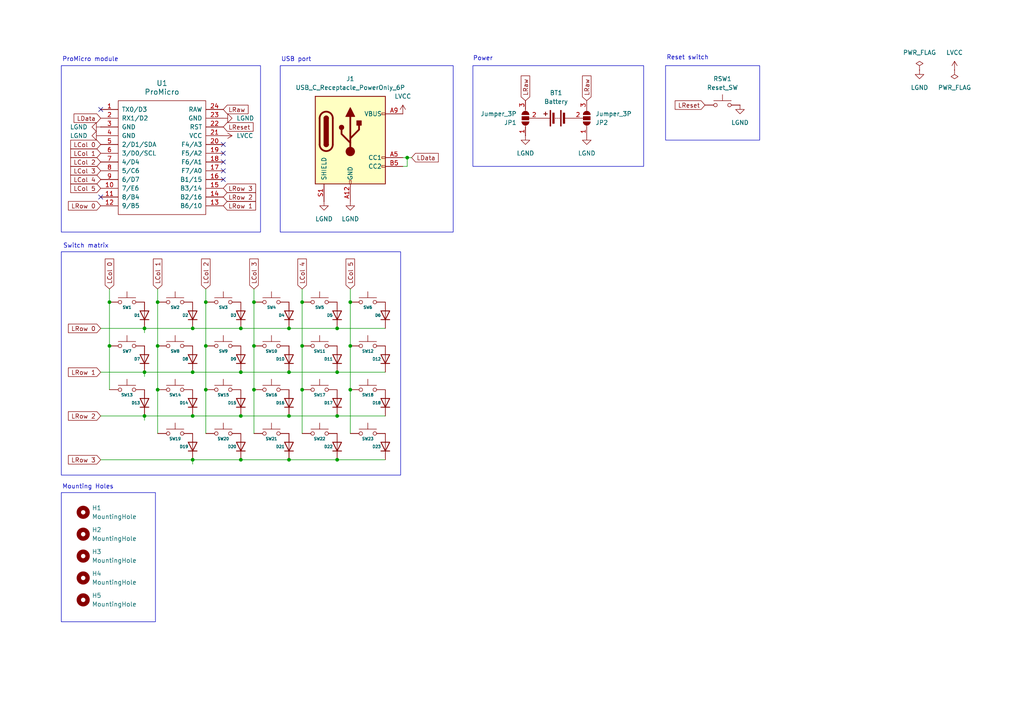
<source format=kicad_sch>
(kicad_sch (version 20231120) (generator "eeschema") (generator_version "8.0")
  (paper "A4")
  (lib_symbols
    (symbol "Connector:USB_C_Receptacle_PowerOnly_6P" (pin_names (offset 1.016))
      (property "Reference" "J" (at 0 16.51 0))
      (property "Value" "USB_C_Receptacle_PowerOnly_6P" (at 0 13.97 0))
      (symbol "USB_C_Receptacle_PowerOnly_6P_0_0"
        (rectangle (start -0.254 -12.7) (end 0.254 -11.684))
        (rectangle (start 10.16 -7.366) (end 9.144 -7.874))
        (rectangle (start 10.16 -4.826) (end 9.144 -5.334))
        (rectangle (start 10.16 7.874) (end 9.144 7.366))
      )
      (symbol "USB_C_Receptacle_PowerOnly_6P_0_1"
        (rectangle (start -10.16 12.7) (end 10.16 -12.7) (stroke (width 0.254)) (fill (type background)))
        (arc (start -8.89 -1.27) (mid -6.985 -3.1667) (end -5.08 -1.27) (stroke (width 0.508)))
        (arc (start -7.62 -1.27) (mid -6.985 -1.9023) (end -6.35 -1.27) (stroke (width 0.254)))
        (arc (start -7.62 -1.27) (mid -6.985 -1.9023) (end -6.35 -1.27) (stroke (width 0.254)) (fill (type outline)))
        (rectangle (start -7.62 -1.27) (end -6.35 6.35) (stroke (width 0.254)) (fill (type outline)))
        (arc (start -6.35 6.35) (mid -6.985 6.9823) (end -7.62 6.35) (stroke (width 0.254)))
        (arc (start -6.35 6.35) (mid -6.985 6.9823) (end -7.62 6.35) (stroke (width 0.254)) (fill (type outline)))
        (arc (start -5.08 6.35) (mid -6.985 8.2467) (end -8.89 6.35) (stroke (width 0.508)))
        (circle (center -2.54 3.683) (radius 0.635) (stroke (width 0.254)) (fill (type outline)))
        (circle (center 0 -3.302) (radius 1.27) (fill (type outline)))
        (polyline (pts (xy -8.89 -1.27) (xy -8.89 6.35)) (stroke (width 0.508)))
        (polyline (pts (xy -5.08 6.35) (xy -5.08 -1.27)) (stroke (width 0.508)))
        (polyline (pts (xy 0 -3.302) (xy 0 6.858)) (stroke (width 0.508)))
        (polyline (pts (xy 0 -0.762) (xy -2.54 1.778) (xy -2.54 3.048)) (stroke (width 0.508)))
        (polyline (pts (xy 0 0.508) (xy 2.54 3.048) (xy 2.54 4.318)) (stroke (width 0.508)))
        (polyline (pts (xy -1.27 6.858) (xy 0 9.398) (xy 1.27 6.858) (xy -1.27 6.858)) (stroke (width 0.254)) (fill (type outline)))
        (rectangle (start 1.905 4.318) (end 3.175 5.588) (stroke (width 0.254)) (fill (type outline)))
      )
      (symbol "USB_C_Receptacle_PowerOnly_6P_1_1"
        (pin passive line (at 0 -17.78 90) (length 5.08) (name "GND") (number "A12"))
        (pin bidirectional line (at 15.24 -5.08 180) (length 5.08) (name "CC1") (number "A5"))
        (pin passive line (at 15.24 7.62 180) (length 5.08) (name "VBUS") (number "A9"))
        (pin passive line (at 0 -17.78 90) (length 5.08) hide (name "GND") (number "B12"))
        (pin bidirectional line (at 15.24 -7.62 180) (length 5.08) (name "CC2") (number "B5"))
        (pin passive line (at 15.24 7.62 180) (length 5.08) hide (name "VBUS") (number "B9"))
        (pin passive line (at -7.62 -17.78 90) (length 5.08) (name "SHIELD") (number "S1"))
      )
    )
    (symbol "Device:Battery" (pin_numbers hide) (pin_names (offset 0) hide)
      (property "Reference" "BT" (at 2.54 2.54 0))
      (property "Value" "Battery" (at 2.54 0 0))
      (symbol "Battery_0_1"
        (rectangle (start -2.286 -1.27) (end 2.286 -1.524) (fill (type outline)))
        (rectangle (start -2.286 1.778) (end 2.286 1.524) (fill (type outline)))
        (rectangle (start -1.524 -2.032) (end 1.524 -2.54) (fill (type outline)))
        (rectangle (start -1.524 1.016) (end 1.524 0.508) (fill (type outline)))
        (polyline (pts (xy 0 -1.016) (xy 0 -0.762)))
        (polyline (pts (xy 0 -0.508) (xy 0 -0.254)))
        (polyline (pts (xy 0 0) (xy 0 0.254)))
        (polyline (pts (xy 0 1.778) (xy 0 2.54)))
        (polyline (pts (xy 0.762 3.048) (xy 1.778 3.048)) (stroke (width 0.254)))
        (polyline (pts (xy 1.27 3.556) (xy 1.27 2.54)) (stroke (width 0.254)))
      )
      (symbol "Battery_1_1"
        (pin passive line (at 0 5.08 270) (length 2.54) (name "+") (number "1"))
        (pin passive line (at 0 -5.08 90) (length 2.54) (name "-") (number "2"))
      )
    )
    (symbol "Device:D" (pin_numbers hide) (pin_names (offset 1.016) hide)
      (property "Reference" "D" (at 0 2.54 0))
      (property "Value" "D" (at 0 -2.54 0))
      (symbol "D_0_1"
        (polyline (pts (xy -1.27 1.27) (xy -1.27 -1.27)) (stroke (width 0.254)))
        (polyline (pts (xy 1.27 0) (xy -1.27 0)))
        (polyline (pts (xy 1.27 1.27) (xy 1.27 -1.27) (xy -1.27 0) (xy 1.27 1.27)) (stroke (width 0.254)))
      )
      (symbol "D_1_1"
        (pin passive line (at -3.81 0 0) (length 2.54) (name "K") (number "1"))
        (pin passive line (at 3.81 0 180) (length 2.54) (name "A") (number "2"))
      )
    )
    (symbol "Jumper:SolderJumper_3_Open" (pin_names (offset 0) hide) (exclude_from_sim yes) (in_bom no)
      (property "Reference" "JP" (at -2.54 -2.54 0))
      (property "Value" "SolderJumper_3_Open" (at 0 2.794 0))
      (symbol "SolderJumper_3_Open_0_1"
        (arc (start -1.016 1.016) (mid -2.0276 0) (end -1.016 -1.016))
        (arc (start -1.016 1.016) (mid -2.0276 0) (end -1.016 -1.016) (fill (type outline)))
        (rectangle (start -0.508 1.016) (end 0.508 -1.016) (fill (type outline)))
        (polyline (pts (xy -2.54 0) (xy -2.032 0)))
        (polyline (pts (xy -1.016 1.016) (xy -1.016 -1.016)))
        (polyline (pts (xy 0 -1.27) (xy 0 -1.016)))
        (polyline (pts (xy 1.016 1.016) (xy 1.016 -1.016)))
        (polyline (pts (xy 2.54 0) (xy 2.032 0)))
        (arc (start 1.016 -1.016) (mid 2.0276 0) (end 1.016 1.016))
        (arc (start 1.016 -1.016) (mid 2.0276 0) (end 1.016 1.016) (fill (type outline)))
      )
      (symbol "SolderJumper_3_Open_1_1"
        (pin passive line (at -5.08 0 0) (length 2.54) (name "A") (number "1"))
        (pin passive line (at 0 -3.81 90) (length 2.54) (name "C") (number "2"))
        (pin passive line (at 5.08 0 180) (length 2.54) (name "B") (number "3"))
      )
    )
    (symbol "Mechanical:MountingHole" (pin_names (offset 1.016)) (exclude_from_sim yes) (in_bom no)
      (property "Reference" "H" (at 0 5.08 0))
      (property "Value" "MountingHole" (at 0 3.175 0))
      (symbol "MountingHole_0_1"
        (circle (center 0 0) (radius 1.27) (stroke (width 1.27)))
      )
    )
    (symbol "Switch:SW_Push" (pin_numbers hide) (pin_names (offset 1.016) hide)
      (property "Reference" "SW" (at 1.27 2.54 0))
      (property "Value" "SW_Push" (at 0 -1.524 0))
      (symbol "SW_Push_0_1"
        (circle (center -2.032 0) (radius 0.508))
        (polyline (pts (xy 0 1.27) (xy 0 3.048)))
        (polyline (pts (xy 2.54 1.27) (xy -2.54 1.27)))
        (circle (center 2.032 0) (radius 0.508))
        (pin passive line (at -5.08 0 0) (length 2.54) (name "1") (number "1"))
        (pin passive line (at 5.08 0 180) (length 2.54) (name "2") (number "2"))
      )
    )
    (symbol "kbd:ProMicro" (pin_names (offset 1.016))
      (property "Reference" "U" (at 0 19.05 0))
      (property "Value" "ProMicro" (at 0 -19.05 0))
      (symbol "ProMicro_0_1"
        (rectangle (start -12.7 16.51) (end 12.7 -16.51))
      )
      (symbol "ProMicro_1_1"
        (pin bidirectional line (at -17.78 13.97 0) (length 5.08) (name "TX0/D3") (number "1"))
        (pin bidirectional line (at -17.78 -8.89 0) (length 5.08) (name "7/E6") (number "10"))
        (pin bidirectional line (at -17.78 -11.43 0) (length 5.08) (name "8/B4") (number "11"))
        (pin bidirectional line (at -17.78 -13.97 0) (length 5.08) (name "9/B5") (number "12"))
        (pin bidirectional line (at 17.78 -13.97 180) (length 5.08) (name "B6/10") (number "13"))
        (pin bidirectional line (at 17.78 -11.43 180) (length 5.08) (name "B2/16") (number "14"))
        (pin bidirectional line (at 17.78 -8.89 180) (length 5.08) (name "B3/14") (number "15"))
        (pin bidirectional line (at 17.78 -6.35 180) (length 5.08) (name "B1/15") (number "16"))
        (pin bidirectional line (at 17.78 -3.81 180) (length 5.08) (name "F7/A0") (number "17"))
        (pin bidirectional line (at 17.78 -1.27 180) (length 5.08) (name "F6/A1") (number "18"))
        (pin bidirectional line (at 17.78 1.27 180) (length 5.08) (name "F5/A2") (number "19"))
        (pin bidirectional line (at -17.78 11.43 0) (length 5.08) (name "RX1/D2") (number "2"))
        (pin bidirectional line (at 17.78 3.81 180) (length 5.08) (name "F4/A3") (number "20"))
        (pin power_in line (at 17.78 6.35 180) (length 5.08) (name "VCC") (number "21"))
        (pin input line (at 17.78 8.89 180) (length 5.08) (name "RST") (number "22"))
        (pin power_in line (at 17.78 11.43 180) (length 5.08) (name "GND") (number "23"))
        (pin power_out line (at 17.78 13.97 180) (length 5.08) (name "RAW") (number "24"))
        (pin power_in line (at -17.78 8.89 0) (length 5.08) (name "GND") (number "3"))
        (pin power_in line (at -17.78 6.35 0) (length 5.08) (name "GND") (number "4"))
        (pin bidirectional line (at -17.78 3.81 0) (length 5.08) (name "2/D1/SDA") (number "5"))
        (pin bidirectional line (at -17.78 1.27 0) (length 5.08) (name "3/D0/SCL") (number "6"))
        (pin bidirectional line (at -17.78 -1.27 0) (length 5.08) (name "4/D4") (number "7"))
        (pin bidirectional line (at -17.78 -3.81 0) (length 5.08) (name "5/C6") (number "8"))
        (pin bidirectional line (at -17.78 -6.35 0) (length 5.08) (name "6/D7") (number "9"))
      )
    )
    (symbol "power:GND" (power) (pin_numbers hide) (pin_names (offset 0) hide)
      (property "Value" "GND" (at 0 -3.81 0))
      (symbol "GND_0_1"
        (polyline (pts (xy 0 0) (xy 0 -1.27) (xy 1.27 -1.27) (xy 0 -2.54) (xy -1.27 -1.27) (xy 0 -1.27)))
      )
      (symbol "GND_1_1"
        (pin power_in line (at 0 0 270) (length 0) (name "~") (number "1"))
      )
    )
    (symbol "power:PWR_FLAG" (power) (pin_numbers hide) (pin_names (offset 0) hide)
      (property "Value" "PWR_FLAG" (at 0 3.81 0))
      (symbol "PWR_FLAG_0_0"
        (pin power_out line (at 0 0 90) (length 0) (name "~") (number "1"))
      )
      (symbol "PWR_FLAG_0_1"
        (polyline (pts (xy 0 0) (xy 0 1.27) (xy -1.016 1.905) (xy 0 2.54) (xy 1.016 1.905) (xy 0 1.27)))
      )
    )
    (symbol "power:VCC" (power) (pin_numbers hide) (pin_names (offset 0) hide)
      (property "Value" "VCC" (at 0 3.556 0))
      (symbol "VCC_0_1"
        (polyline (pts (xy -0.762 1.27) (xy 0 2.54)))
        (polyline (pts (xy 0 0) (xy 0 2.54)))
        (polyline (pts (xy 0 2.54) (xy 0.762 1.27)))
      )
      (symbol "VCC_1_1"
        (pin power_in line (at 0 0 90) (length 0) (name "~") (number "1"))
      )
    )
  )
  (junction (at 83.82 95.25))
  (junction (at 101.6 100.33))
  (junction (at 45.72 87.63))
  (junction (at 83.82 120.65))
  (junction (at 97.79 95.25))
  (junction (at 73.66 100.33))
  (junction (at 55.88 120.65))
  (junction (at 31.75 100.33))
  (junction (at 69.85 107.95))
  (junction (at 97.79 107.95))
  (junction (at 97.79 120.65))
  (junction (at 31.75 87.63))
  (junction (at 59.69 87.63))
  (junction (at 45.72 113.03))
  (junction (at 101.6 113.03))
  (junction (at 55.88 107.95))
  (junction (at 55.88 95.25))
  (junction (at 41.91 95.25))
  (junction (at 59.69 100.33))
  (junction (at 73.66 87.63))
  (junction (at 41.91 120.65))
  (junction (at 69.85 133.35))
  (junction (at 55.88 133.35))
  (junction (at 73.66 113.03))
  (junction (at 45.72 100.33))
  (junction (at 97.79 133.35))
  (junction (at 83.82 133.35))
  (junction (at 83.82 107.95))
  (junction (at 69.85 95.25))
  (junction (at 87.63 113.03))
  (junction (at 41.91 107.95))
  (junction (at 118.11 45.72))
  (junction (at 87.63 100.33))
  (junction (at 69.85 120.65))
  (junction (at 59.69 113.03))
  (junction (at 101.6 87.63))
  (junction (at 87.63 87.63))
  (no_connect (at 29.21 31.75))
  (no_connect (at 64.77 52.07))
  (no_connect (at 64.77 46.99))
  (no_connect (at 64.77 44.45))
  (no_connect (at 64.77 41.91))
  (no_connect (at 64.77 49.53))
  (no_connect (at 29.21 57.15))
  (wire (pts (xy 31.75 83.82) (xy 31.75 87.63)))
  (wire (pts (xy 59.69 83.82) (xy 59.69 87.63)))
  (wire (pts (xy 55.88 133.35) (xy 55.88 134.62)))
  (wire (pts (xy 97.79 120.65) (xy 111.76 120.65)))
  (wire (pts (xy 55.88 95.25) (xy 69.85 95.25)))
  (wire (pts (xy 55.88 120.65) (xy 69.85 120.65)))
  (wire (pts (xy 41.91 95.25) (xy 41.91 96.52)))
  (wire (pts (xy 45.72 87.63) (xy 45.72 100.33)))
  (wire (pts (xy 87.63 83.82) (xy 87.63 87.63)))
  (wire (pts (xy 41.91 107.95) (xy 55.88 107.95)))
  (wire (pts (xy 101.6 113.03) (xy 101.6 125.73)))
  (wire (pts (xy 101.6 83.82) (xy 101.6 87.63)))
  (wire (pts (xy 29.21 95.25) (xy 41.91 95.25)))
  (wire (pts (xy 83.82 107.95) (xy 97.79 107.95)))
  (wire (pts (xy 59.69 87.63) (xy 59.69 100.33)))
  (wire (pts (xy 118.11 45.72) (xy 118.11 48.26)))
  (wire (pts (xy 69.85 120.65) (xy 83.82 120.65)))
  (wire (pts (xy 41.91 120.65) (xy 55.88 120.65)))
  (wire (pts (xy 69.85 95.25) (xy 83.82 95.25)))
  (wire (pts (xy 111.76 95.25) (xy 97.79 95.25)))
  (wire (pts (xy 97.79 107.95) (xy 111.76 107.95)))
  (wire (pts (xy 101.6 100.33) (xy 101.6 113.03)))
  (wire (pts (xy 55.88 133.35) (xy 69.85 133.35)))
  (wire (pts (xy 101.6 87.63) (xy 101.6 100.33)))
  (wire (pts (xy 29.21 133.35) (xy 55.88 133.35)))
  (wire (pts (xy 69.85 133.35) (xy 83.82 133.35)))
  (wire (pts (xy 55.88 107.95) (xy 69.85 107.95)))
  (wire (pts (xy 45.72 100.33) (xy 45.72 113.03)))
  (wire (pts (xy 41.91 120.65) (xy 41.91 121.92)))
  (wire (pts (xy 69.85 107.95) (xy 83.82 107.95)))
  (wire (pts (xy 73.66 83.82) (xy 73.66 87.63)))
  (wire (pts (xy 45.72 83.82) (xy 45.72 87.63)))
  (wire (pts (xy 41.91 107.95) (xy 41.91 109.22)))
  (wire (pts (xy 41.91 95.25) (xy 55.88 95.25)))
  (wire (pts (xy 31.75 87.63) (xy 31.75 100.33)))
  (wire (pts (xy 118.11 45.72) (xy 119.38 45.72)))
  (wire (pts (xy 116.84 48.26) (xy 118.11 48.26)))
  (wire (pts (xy 87.63 87.63) (xy 87.63 100.33)))
  (wire (pts (xy 73.66 113.03) (xy 73.66 125.73)))
  (wire (pts (xy 87.63 100.33) (xy 87.63 113.03)))
  (wire (pts (xy 59.69 113.03) (xy 59.69 125.73)))
  (wire (pts (xy 83.82 120.65) (xy 97.79 120.65)))
  (wire (pts (xy 97.79 133.35) (xy 111.76 133.35)))
  (wire (pts (xy 73.66 87.63) (xy 73.66 100.33)))
  (wire (pts (xy 31.75 100.33) (xy 31.75 113.03)))
  (wire (pts (xy 87.63 113.03) (xy 87.63 125.73)))
  (wire (pts (xy 45.72 113.03) (xy 45.72 125.73)))
  (wire (pts (xy 116.84 45.72) (xy 118.11 45.72)))
  (wire (pts (xy 83.82 133.35) (xy 97.79 133.35)))
  (wire (pts (xy 59.69 100.33) (xy 59.69 113.03)))
  (wire (pts (xy 29.21 107.95) (xy 41.91 107.95)))
  (wire (pts (xy 73.66 100.33) (xy 73.66 113.03)))
  (wire (pts (xy 29.21 120.65) (xy 41.91 120.65)))
  (wire (pts (xy 97.79 95.25) (xy 83.82 95.25)))
  (rectangle (start 17.78 19.05) (end 75.565 67.31))
  (rectangle (start 137.16 19.05) (end 186.69 48.26))
  (rectangle (start 81.28 19.05) (end 131.445 67.31))
  (rectangle (start 193.04 19.05) (end 220.345 40.64))
  (rectangle (start 17.78 142.875) (end 45.085 180.34))
  (rectangle (start 17.78 73.025) (end 116.205 137.795))
  (text "Switch matrix" (at 18.288 72.136 0) (effects (font (size 1.27 1.27)) (justify left bottom)))
  (text "Mounting Holes" (at 18.034 141.986 0) (effects (font (size 1.27 1.27)) (justify left bottom)))
  (text "USB port" (at 81.534 18.034 0) (effects (font (size 1.27 1.27)) (justify left bottom)))
  (text "Power" (at 137.16 17.78 0) (effects (font (size 1.27 1.27)) (justify left bottom)))
  (text "ProMicro module" (at 18.034 18.034 0) (effects (font (size 1.27 1.27)) (justify left bottom)))
  (text "Reset switch" (at 193.294 17.526 0) (effects (font (size 1.27 1.27)) (justify left bottom)))
  (global_label "LRow 3" (shape input) (at 64.77 54.61 0) (property "Intersheetrefs" "${INTERSHEET_REFS}" (effects (hide yes))))
  (global_label "LRaw" (shape input) (at 152.4 29.21 90) (property "Intersheetrefs" "${INTERSHEET_REFS}" (effects (hide yes))))
  (global_label "LRow 2" (shape input) (at 64.77 57.15 0) (property "Intersheetrefs" "${INTERSHEET_REFS}" (effects (hide yes))))
  (global_label "LRow 2" (shape input) (at 29.21 120.65 180) (property "Intersheetrefs" "${INTERSHEET_REFS}" (effects (hide yes))))
  (global_label "LCol 0" (shape input) (at 31.75 83.82 90) (property "Intersheetrefs" "${INTERSHEET_REFS}" (effects (hide yes))))
  (global_label "LCol 3" (shape input) (at 73.66 83.82 90) (property "Intersheetrefs" "${INTERSHEET_REFS}" (effects (hide yes))))
  (global_label "LCol 5" (shape input) (at 29.21 54.61 180) (property "Intersheetrefs" "${INTERSHEET_REFS}" (effects (hide yes))))
  (global_label "LRaw" (shape input) (at 170.18 29.21 90) (property "Intersheetrefs" "${INTERSHEET_REFS}" (effects (hide yes))))
  (global_label "LRow 3" (shape input) (at 29.21 133.35 180) (property "Intersheetrefs" "${INTERSHEET_REFS}" (effects (hide yes))))
  (global_label "LCol 2" (shape input) (at 29.21 46.99 180) (property "Intersheetrefs" "${INTERSHEET_REFS}" (effects (hide yes))))
  (global_label "LCol 5" (shape input) (at 101.6 83.82 90) (property "Intersheetrefs" "${INTERSHEET_REFS}" (effects (hide yes))))
  (global_label "LReset" (shape input) (at 204.47 30.48 180) (property "Intersheetrefs" "${INTERSHEET_REFS}" (effects (hide yes))))
  (global_label "LReset" (shape input) (at 64.77 36.83 0) (property "Intersheetrefs" "${INTERSHEET_REFS}" (effects (hide yes))))
  (global_label "LCol 1" (shape input) (at 45.72 83.82 90) (property "Intersheetrefs" "${INTERSHEET_REFS}" (effects (hide yes))))
  (global_label "LRow 0" (shape input) (at 29.21 59.69 180) (property "Intersheetrefs" "${INTERSHEET_REFS}" (effects (hide yes))))
  (global_label "LData" (shape input) (at 29.21 34.29 180) (property "Intersheetrefs" "${INTERSHEET_REFS}" (effects (hide yes))))
  (global_label "LRow 1" (shape input) (at 29.21 107.95 180) (property "Intersheetrefs" "${INTERSHEET_REFS}" (effects (hide yes))))
  (global_label "LCol 4" (shape input) (at 29.21 52.07 180) (property "Intersheetrefs" "${INTERSHEET_REFS}" (effects (hide yes))))
  (global_label "LCol 1" (shape input) (at 29.21 44.45 180) (property "Intersheetrefs" "${INTERSHEET_REFS}" (effects (hide yes))))
  (global_label "LCol 3" (shape input) (at 29.21 49.53 180) (property "Intersheetrefs" "${INTERSHEET_REFS}" (effects (hide yes))))
  (global_label "LCol 2" (shape input) (at 59.69 83.82 90) (property "Intersheetrefs" "${INTERSHEET_REFS}" (effects (hide yes))))
  (global_label "LCol 0" (shape input) (at 29.21 41.91 180) (property "Intersheetrefs" "${INTERSHEET_REFS}" (effects (hide yes))))
  (global_label "LRaw" (shape input) (at 64.77 31.75 0) (property "Intersheetrefs" "${INTERSHEET_REFS}" (effects (hide yes))))
  (global_label "LData" (shape input) (at 119.38 45.72 0) (property "Intersheetrefs" "${INTERSHEET_REFS}" (effects (hide yes))))
  (global_label "LRow 1" (shape input) (at 64.77 59.69 0) (property "Intersheetrefs" "${INTERSHEET_REFS}" (effects (hide yes))))
  (global_label "LCol 4" (shape input) (at 87.63 83.82 90) (property "Intersheetrefs" "${INTERSHEET_REFS}" (effects (hide yes))))
  (global_label "LRow 0" (shape input) (at 29.21 95.25 180) (property "Intersheetrefs" "${INTERSHEET_REFS}" (effects (hide yes))))
  (symbol (lib_id "Switch:SW_Push") (at 92.71 100.33 0) (unit 1)
    (property "Reference" "SW11" (at 92.71 101.854 0) (effects (font (size 0.8128 0.8128))))
    (property "Value" "SW_Push" (effects (hide yes)))
    (property "Footprint" "axseem:SW_MX_Choc-v1v2_Hotswap" (effects (hide yes)))
    (property "Description" "Push button switch, generic, two pins" (effects (hide yes)))
  )
  (symbol (lib_id "Switch:SW_Push") (at 64.77 100.33 0) (unit 1)
    (property "Reference" "SW9" (at 64.77 101.854 0) (effects (font (size 0.8128 0.8128))))
    (property "Value" "SW_Push" (effects (hide yes)))
    (property "Footprint" "axseem:SW_MX_Choc-v1v2_Hotswap" (effects (hide yes)))
    (property "Description" "Push button switch, generic, two pins" (effects (hide yes)))
  )
  (symbol (lib_id "Switch:SW_Push") (at 64.77 113.03 0) (unit 1)
    (property "Reference" "SW15" (at 64.77 114.554 0) (effects (font (size 0.8128 0.8128))))
    (property "Value" "SW_Push" (effects (hide yes)))
    (property "Footprint" "axseem:SW_MX_Choc-v1v2_Hotswap" (effects (hide yes)))
    (property "Description" "Push button switch, generic, two pins" (effects (hide yes)))
  )
  (symbol (lib_id "Switch:SW_Push") (at 36.83 100.33 0) (unit 1)
    (property "Reference" "SW7" (at 36.83 101.854 0) (effects (font (size 0.8128 0.8128))))
    (property "Value" "SW_Push" (effects (hide yes)))
    (property "Footprint" "axseem:SW_MX_Choc-v1v2_Hotswap" (effects (hide yes)))
    (property "Description" "Push button switch, generic, two pins" (effects (hide yes)))
  )
  (symbol (lib_id "Switch:SW_Push") (at 50.8 125.73 0) (unit 1)
    (property "Reference" "SW19" (at 50.8 127.254 0) (effects (font (size 0.8128 0.8128))))
    (property "Value" "SW_Push" (effects (hide yes)))
    (property "Footprint" "axseem:SW_MX_Choc-v1v2_Hotswap" (effects (hide yes)))
    (property "Description" "Push button switch, generic, two pins" (effects (hide yes)))
  )
  (symbol (lib_id "power:GND") (at 29.21 39.37 270) (unit 1)
    (property "Reference" "#PWR07" (effects (hide yes)))
    (property "Value" "LGND" (at 25.4 39.3699 90) (effects (justify right)))
    (property "Description" "Power symbol creates a global label with name \"GND\" , ground" (effects (hide yes)))
  )
  (symbol (lib_id "power:GND") (at 214.63 30.48 0) (unit 1)
    (property "Reference" "#PWR09" (effects (hide yes)))
    (property "Value" "LGND" (at 214.63 35.56 0))
    (property "Description" "Power symbol creates a global label with name \"GND\" , ground" (effects (hide yes)))
  )
  (symbol (lib_id "Switch:SW_Push") (at 106.68 100.33 0) (unit 1)
    (property "Reference" "SW12" (at 106.68 101.854 0) (effects (font (size 0.8128 0.8128))))
    (property "Value" "SW_Push" (effects (hide yes)))
    (property "Footprint" "axseem:SW_MX_Choc-v1v2_Hotswap" (effects (hide yes)))
    (property "Description" "Push button switch, generic, two pins" (effects (hide yes)))
  )
  (symbol (lib_id "Mechanical:MountingHole") (at 24.13 154.94 0) (unit 1) (exclude_from_sim yes) (in_bom no)
    (property "Reference" "H2" (at 26.67 153.6699 0) (effects (justify left)))
    (property "Value" "MountingHole" (at 26.67 156.2099 0) (effects (justify left)))
    (property "Footprint" "MountingHole:MountingHole_2.2mm_M2_DIN965" (effects (hide yes)))
    (property "Description" "Mounting Hole without connection" (effects (hide yes)))
  )
  (symbol (lib_id "Switch:SW_Push") (at 106.68 113.03 0) (unit 1)
    (property "Reference" "SW18" (at 106.68 114.554 0) (effects (font (size 0.8128 0.8128))))
    (property "Value" "SW_Push" (effects (hide yes)))
    (property "Footprint" "axseem:SW_MX_Choc-v1v2_Hotswap" (effects (hide yes)))
    (property "Description" "Push button switch, generic, two pins" (effects (hide yes)))
  )
  (symbol (lib_id "power:PWR_FLAG") (at 266.7 20.32 0) (unit 1)
    (property "Reference" "#FLG01" (effects (hide yes)))
    (property "Value" "PWR_FLAG" (at 266.7 15.24 0))
    (property "Description" "Special symbol for telling ERC where power comes from" (effects (hide yes)))
  )
  (symbol (lib_id "power:VCC") (at 116.84 33.02 0) (unit 1)
    (property "Reference" "#PWR04" (effects (hide yes)))
    (property "Value" "LVCC" (at 116.84 27.94 0))
    (property "Description" "Power symbol creates a global label with name \"VCC\"" (effects (hide yes)))
  )
  (symbol (lib_id "Switch:SW_Push") (at 64.77 125.73 0) (unit 1)
    (property "Reference" "SW20" (at 64.77 127.254 0) (effects (font (size 0.8128 0.8128))))
    (property "Value" "SW_Push" (effects (hide yes)))
    (property "Footprint" "axseem:SW_MX_Choc-v1v2_Hotswap" (effects (hide yes)))
    (property "Description" "Push button switch, generic, two pins" (effects (hide yes)))
  )
  (symbol (lib_id "Switch:SW_Push") (at 36.83 87.63 0) (unit 1)
    (property "Reference" "SW1" (at 36.83 89.154 0) (effects (font (size 0.8128 0.8128))))
    (property "Value" "SW_Push" (effects (hide yes)))
    (property "Footprint" "axseem:SW_MX_Choc-v1v2_Hotswap" (effects (hide yes)))
    (property "Description" "Push button switch, generic, two pins" (effects (hide yes)))
  )
  (symbol (lib_id "Mechanical:MountingHole") (at 24.13 148.59 0) (unit 1) (exclude_from_sim yes) (in_bom no)
    (property "Reference" "H1" (at 26.67 147.3199 0) (effects (justify left)))
    (property "Value" "MountingHole" (at 26.67 149.8599 0) (effects (justify left)))
    (property "Footprint" "MountingHole:MountingHole_2.2mm_M2_DIN965" (effects (hide yes)))
    (property "Description" "Mounting Hole without connection" (effects (hide yes)))
  )
  (symbol (lib_id "Device:D") (at 111.76 91.44 90) (unit 1)
    (property "Reference" "D6" (at 110.49 91.44 90) (effects (font (size 0.8128 0.8128)) (justify left)))
    (property "Value" "D" (effects (hide yes)))
    (property "Footprint" "Diode_SMD:D_SOD-323_HandSoldering" (effects (hide yes)))
    (property "Description" "Diode" (effects (hide yes)))
    (property "Sim.Device" "D" (effects (hide yes)))
    (property "Sim.Pins" "1=K 2=A" (effects (hide yes)))
  )
  (symbol (lib_id "Jumper:SolderJumper_3_Open") (at 152.4 34.29 90) (unit 1) (exclude_from_sim yes) (in_bom no)
    (property "Reference" "JP1" (at 149.86 35.5601 90) (effects (justify left)))
    (property "Value" "Jumper_3P" (at 149.86 33.0201 90) (effects (justify left)))
    (property "Footprint" "axseem:SolderJumper-3_P" (effects (hide yes)))
    (property "Description" "Solder Jumper, 3-pole, open" (effects (hide yes)))
  )
  (symbol (lib_id "power:VCC") (at 64.77 39.37 270) (unit 1)
    (property "Reference" "#PWR08" (effects (hide yes)))
    (property "Value" "LVCC" (at 68.58 39.3699 90) (effects (justify left)))
    (property "Description" "Power symbol creates a global label with name \"VCC\"" (effects (hide yes)))
  )
  (symbol (lib_id "Device:D") (at 69.85 129.54 90) (unit 1)
    (property "Reference" "D20" (at 68.58 129.54 90) (effects (font (size 0.8128 0.8128)) (justify left)))
    (property "Value" "D" (effects (hide yes)))
    (property "Footprint" "Diode_SMD:D_SOD-323_HandSoldering" (effects (hide yes)))
    (property "Description" "Diode" (effects (hide yes)))
    (property "Sim.Device" "D" (effects (hide yes)))
    (property "Sim.Pins" "1=K 2=A" (effects (hide yes)))
  )
  (symbol (lib_id "Device:D") (at 83.82 129.54 90) (unit 1)
    (property "Reference" "D21" (at 82.55 129.54 90) (effects (font (size 0.8128 0.8128)) (justify left)))
    (property "Value" "D" (effects (hide yes)))
    (property "Footprint" "Diode_SMD:D_SOD-323_HandSoldering" (effects (hide yes)))
    (property "Description" "Diode" (effects (hide yes)))
    (property "Sim.Device" "D" (effects (hide yes)))
    (property "Sim.Pins" "1=K 2=A" (effects (hide yes)))
  )
  (symbol (lib_id "kbd:ProMicro") (at 46.99 45.72 0) (unit 1)
    (property "Reference" "U1" (at 46.99 24.13 0) (effects (font (size 1.524 1.524))))
    (property "Value" "ProMicro" (at 46.99 26.67 0) (effects (font (size 1.524 1.524))))
    (property "Footprint" "axseem:ProMicro_SMD" (effects (hide yes)))
  )
  (symbol (lib_id "power:PWR_FLAG") (at 276.86 20.32 180) (unit 1)
    (property "Reference" "#FLG02" (effects (hide yes)))
    (property "Value" "PWR_FLAG" (at 276.86 25.4 0))
    (property "Description" "Special symbol for telling ERC where power comes from" (effects (hide yes)))
  )
  (symbol (lib_id "Device:D") (at 83.82 104.14 90) (unit 1)
    (property "Reference" "D10" (at 82.55 104.14 90) (effects (font (size 0.8128 0.8128)) (justify left)))
    (property "Value" "D" (effects (hide yes)))
    (property "Footprint" "Diode_SMD:D_SOD-323_HandSoldering" (effects (hide yes)))
    (property "Description" "Diode" (effects (hide yes)))
    (property "Sim.Device" "D" (effects (hide yes)))
    (property "Sim.Pins" "1=K 2=A" (effects (hide yes)))
  )
  (symbol (lib_id "Device:D") (at 55.88 104.14 90) (unit 1)
    (property "Reference" "D8" (at 54.61 104.14 90) (effects (font (size 0.8128 0.8128)) (justify left)))
    (property "Value" "D" (effects (hide yes)))
    (property "Footprint" "Diode_SMD:D_SOD-323_HandSoldering" (effects (hide yes)))
    (property "Description" "Diode" (effects (hide yes)))
    (property "Sim.Device" "D" (effects (hide yes)))
    (property "Sim.Pins" "1=K 2=A" (effects (hide yes)))
  )
  (symbol (lib_id "Switch:SW_Push") (at 64.77 87.63 0) (unit 1)
    (property "Reference" "SW3" (at 64.77 89.154 0) (effects (font (size 0.8128 0.8128))))
    (property "Value" "SW_Push" (effects (hide yes)))
    (property "Footprint" "axseem:SW_MX_Choc-v1v2_Hotswap" (effects (hide yes)))
    (property "Description" "Push button switch, generic, two pins" (effects (hide yes)))
  )
  (symbol (lib_id "Switch:SW_Push") (at 78.74 113.03 0) (unit 1)
    (property "Reference" "SW16" (at 78.74 114.554 0) (effects (font (size 0.8128 0.8128))))
    (property "Value" "SW_Push" (effects (hide yes)))
    (property "Footprint" "axseem:SW_MX_Choc-v1v2_Hotswap" (effects (hide yes)))
    (property "Description" "Push button switch, generic, two pins" (effects (hide yes)))
  )
  (symbol (lib_id "Device:D") (at 41.91 116.84 90) (unit 1)
    (property "Reference" "D13" (at 40.64 116.84 90) (effects (font (size 0.8128 0.8128)) (justify left)))
    (property "Value" "D" (effects (hide yes)))
    (property "Footprint" "Diode_SMD:D_SOD-323_HandSoldering" (effects (hide yes)))
    (property "Description" "Diode" (effects (hide yes)))
    (property "Sim.Device" "D" (effects (hide yes)))
    (property "Sim.Pins" "1=K 2=A" (effects (hide yes)))
  )
  (symbol (lib_id "Jumper:SolderJumper_3_Open") (at 170.18 34.29 270) (mirror x) (unit 1) (exclude_from_sim yes) (in_bom no)
    (property "Reference" "JP2" (at 172.72 35.5601 90) (effects (justify left)))
    (property "Value" "Jumper_3P" (at 172.72 33.0201 90) (effects (justify left)))
    (property "Footprint" "axseem:SolderJumper-3_P" (effects (hide yes)))
    (property "Description" "Solder Jumper, 3-pole, open" (effects (hide yes)))
  )
  (symbol (lib_id "Switch:SW_Push") (at 106.68 125.73 0) (unit 1)
    (property "Reference" "SW23" (at 106.68 127.254 0) (effects (font (size 0.8128 0.8128))))
    (property "Value" "SW_Push" (effects (hide yes)))
    (property "Footprint" "axseem:SW_MX_Choc-v1v2_Hotswap" (effects (hide yes)))
    (property "Description" "Push button switch, generic, two pins" (effects (hide yes)))
  )
  (symbol (lib_id "Mechanical:MountingHole") (at 24.13 173.99 0) (unit 1) (exclude_from_sim yes) (in_bom no)
    (property "Reference" "H5" (at 26.67 172.7199 0) (effects (justify left)))
    (property "Value" "MountingHole" (at 26.67 175.2599 0) (effects (justify left)))
    (property "Footprint" "MountingHole:MountingHole_2.2mm_M2_DIN965" (effects (hide yes)))
    (property "Description" "Mounting Hole without connection" (effects (hide yes)))
  )
  (symbol (lib_id "power:VCC") (at 276.86 20.32 0) (unit 1)
    (property "Reference" "#PWR02" (effects (hide yes)))
    (property "Value" "LVCC" (at 276.86 15.24 0))
    (property "Description" "Power symbol creates a global label with name \"VCC\"" (effects (hide yes)))
  )
  (symbol (lib_id "power:GND") (at 29.21 36.83 270) (unit 1)
    (property "Reference" "#PWR06" (effects (hide yes)))
    (property "Value" "LGND" (at 25.4 36.8299 90) (effects (justify right)))
    (property "Description" "Power symbol creates a global label with name \"GND\" , ground" (effects (hide yes)))
  )
  (symbol (lib_id "power:GND") (at 101.6 58.42 0) (unit 1)
    (property "Reference" "#PWR011" (effects (hide yes)))
    (property "Value" "LGND" (at 101.6 63.5 0))
    (property "Description" "Power symbol creates a global label with name \"GND\" , ground" (effects (hide yes)))
  )
  (symbol (lib_id "power:GND") (at 64.77 34.29 90) (unit 1)
    (property "Reference" "#PWR05" (effects (hide yes)))
    (property "Value" "LGND" (at 68.58 34.2899 90) (effects (justify right)))
    (property "Description" "Power symbol creates a global label with name \"GND\" , ground" (effects (hide yes)))
  )
  (symbol (lib_id "Connector:USB_C_Receptacle_PowerOnly_6P") (at 101.6 40.64 0) (unit 1)
    (property "Reference" "J1" (at 101.6 22.86 0))
    (property "Value" "USB_C_Receptacle_PowerOnly_6P" (at 101.6 25.4 0))
    (property "Footprint" "axseem:USB-C_6Pin_Mid-mount" (effects (hide yes)))
    (property "Datasheet" "https://www.usb.org/sites/default/files/documents/usb_type-c.zip" (effects (hide yes)))
    (property "Description" "USB Power-Only 6P Type-C Receptacle connector" (effects (hide yes)))
  )
  (symbol (lib_id "Switch:SW_Push") (at 92.71 125.73 0) (unit 1)
    (property "Reference" "SW22" (at 92.71 127.254 0) (effects (font (size 0.8128 0.8128))))
    (property "Value" "SW_Push" (effects (hide yes)))
    (property "Footprint" "axseem:SW_MX_Choc-v1v2_Hotswap" (effects (hide yes)))
    (property "Description" "Push button switch, generic, two pins" (effects (hide yes)))
  )
  (symbol (lib_id "Device:D") (at 111.76 129.54 90) (unit 1)
    (property "Reference" "D23" (at 110.49 129.54 90) (effects (font (size 0.8128 0.8128)) (justify left)))
    (property "Value" "D" (effects (hide yes)))
    (property "Footprint" "Diode_SMD:D_SOD-323_HandSoldering" (effects (hide yes)))
    (property "Description" "Diode" (effects (hide yes)))
    (property "Sim.Device" "D" (effects (hide yes)))
    (property "Sim.Pins" "1=K 2=A" (effects (hide yes)))
  )
  (symbol (lib_id "Switch:SW_Push") (at 50.8 100.33 0) (unit 1)
    (property "Reference" "SW8" (at 50.8 101.854 0) (effects (font (size 0.8128 0.8128))))
    (property "Value" "SW_Push" (effects (hide yes)))
    (property "Footprint" "axseem:SW_MX_Choc-v1v2_Hotswap" (effects (hide yes)))
    (property "Description" "Push button switch, generic, two pins" (effects (hide yes)))
  )
  (symbol (lib_id "Device:D") (at 97.79 91.44 90) (unit 1)
    (property "Reference" "D5" (at 96.52 91.44 90) (effects (font (size 0.8128 0.8128)) (justify left)))
    (property "Value" "D" (effects (hide yes)))
    (property "Footprint" "Diode_SMD:D_SOD-323_HandSoldering" (effects (hide yes)))
    (property "Description" "Diode" (effects (hide yes)))
    (property "Sim.Device" "D" (effects (hide yes)))
    (property "Sim.Pins" "1=K 2=A" (effects (hide yes)))
  )
  (symbol (lib_id "power:GND") (at 266.7 20.32 0) (unit 1)
    (property "Reference" "#PWR01" (effects (hide yes)))
    (property "Value" "LGND" (at 266.7 25.4 0))
    (property "Description" "Power symbol creates a global label with name \"GND\" , ground" (effects (hide yes)))
  )
  (symbol (lib_id "Switch:SW_Push") (at 36.83 113.03 0) (unit 1)
    (property "Reference" "SW13" (at 36.83 114.554 0) (effects (font (size 0.8128 0.8128))))
    (property "Value" "SW_Push" (effects (hide yes)))
    (property "Footprint" "axseem:SW_MX_Choc-v1v2_Hotswap" (effects (hide yes)))
    (property "Description" "Push button switch, generic, two pins" (effects (hide yes)))
  )
  (symbol (lib_id "Device:D") (at 111.76 104.14 90) (unit 1)
    (property "Reference" "D12" (at 110.49 104.14 90) (effects (font (size 0.8128 0.8128)) (justify left)))
    (property "Value" "D" (effects (hide yes)))
    (property "Footprint" "Diode_SMD:D_SOD-323_HandSoldering" (effects (hide yes)))
    (property "Description" "Diode" (effects (hide yes)))
    (property "Sim.Device" "D" (effects (hide yes)))
    (property "Sim.Pins" "1=K 2=A" (effects (hide yes)))
  )
  (symbol (lib_id "Device:D") (at 83.82 91.44 90) (unit 1)
    (property "Reference" "D4" (at 82.55 91.44 90) (effects (font (size 0.8128 0.8128)) (justify left)))
    (property "Value" "D" (effects (hide yes)))
    (property "Footprint" "Diode_SMD:D_SOD-323_HandSoldering" (effects (hide yes)))
    (property "Description" "Diode" (effects (hide yes)))
    (property "Sim.Device" "D" (effects (hide yes)))
    (property "Sim.Pins" "1=K 2=A" (effects (hide yes)))
  )
  (symbol (lib_id "Device:D") (at 55.88 91.44 90) (unit 1)
    (property "Reference" "D2" (at 54.61 91.44 90) (effects (font (size 0.8128 0.8128)) (justify left)))
    (property "Value" "D" (effects (hide yes)))
    (property "Footprint" "Diode_SMD:D_SOD-323_HandSoldering" (effects (hide yes)))
    (property "Description" "Diode" (effects (hide yes)))
    (property "Sim.Device" "D" (effects (hide yes)))
    (property "Sim.Pins" "1=K 2=A" (effects (hide yes)))
  )
  (symbol (lib_id "Switch:SW_Push") (at 92.71 87.63 0) (unit 1)
    (property "Reference" "SW5" (at 92.71 89.154 0) (effects (font (size 0.8128 0.8128))))
    (property "Value" "SW_Push" (effects (hide yes)))
    (property "Footprint" "axseem:SW_MX_Choc-v1v2_Hotswap" (effects (hide yes)))
    (property "Description" "Push button switch, generic, two pins" (effects (hide yes)))
  )
  (symbol (lib_id "Device:D") (at 55.88 129.54 90) (unit 1)
    (property "Reference" "D19" (at 54.61 129.54 90) (effects (font (size 0.8128 0.8128)) (justify left)))
    (property "Value" "D" (effects (hide yes)))
    (property "Footprint" "Diode_SMD:D_SOD-323_HandSoldering" (effects (hide yes)))
    (property "Description" "Diode" (effects (hide yes)))
    (property "Sim.Device" "D" (effects (hide yes)))
    (property "Sim.Pins" "1=K 2=A" (effects (hide yes)))
  )
  (symbol (lib_id "Device:D") (at 97.79 116.84 90) (unit 1)
    (property "Reference" "D17" (at 96.52 116.84 90) (effects (font (size 0.8128 0.8128)) (justify left)))
    (property "Value" "D" (effects (hide yes)))
    (property "Footprint" "Diode_SMD:D_SOD-323_HandSoldering" (effects (hide yes)))
    (property "Description" "Diode" (effects (hide yes)))
    (property "Sim.Device" "D" (effects (hide yes)))
    (property "Sim.Pins" "1=K 2=A" (effects (hide yes)))
  )
  (symbol (lib_id "Device:Battery") (at 161.29 34.29 90) (unit 1)
    (property "Reference" "BT1" (at 161.29 26.924 90))
    (property "Value" "Battery" (at 161.29 29.464 90))
    (property "Footprint" "axseem:JST_1.25mm_mid-mount" (effects (hide yes)))
    (property "Description" "Multiple-cell battery" (effects (hide yes)))
  )
  (symbol (lib_id "Switch:SW_Push") (at 209.55 30.48 0) (unit 1)
    (property "Reference" "RSW1" (at 209.55 22.86 0))
    (property "Value" "Reset_SW" (at 209.55 25.4 0))
    (property "Footprint" "axseem:TS-1289VE-4" (effects (hide yes)))
    (property "Description" "Push button switch, generic, two pins" (effects (hide yes)))
  )
  (symbol (lib_id "Device:D") (at 69.85 116.84 90) (unit 1)
    (property "Reference" "D15" (at 68.58 116.84 90) (effects (font (size 0.8128 0.8128)) (justify left)))
    (property "Value" "D" (effects (hide yes)))
    (property "Footprint" "Diode_SMD:D_SOD-323_HandSoldering" (effects (hide yes)))
    (property "Description" "Diode" (effects (hide yes)))
    (property "Sim.Device" "D" (effects (hide yes)))
    (property "Sim.Pins" "1=K 2=A" (effects (hide yes)))
  )
  (symbol (lib_id "Switch:SW_Push") (at 78.74 100.33 0) (unit 1)
    (property "Reference" "SW10" (at 78.74 101.854 0) (effects (font (size 0.8128 0.8128))))
    (property "Value" "SW_Push" (effects (hide yes)))
    (property "Footprint" "axseem:SW_MX_Choc-v1v2_Hotswap" (effects (hide yes)))
    (property "Description" "Push button switch, generic, two pins" (effects (hide yes)))
  )
  (symbol (lib_id "Device:D") (at 111.76 116.84 90) (unit 1)
    (property "Reference" "D18" (at 110.49 116.84 90) (effects (font (size 0.8128 0.8128)) (justify left)))
    (property "Value" "D" (effects (hide yes)))
    (property "Footprint" "Diode_SMD:D_SOD-323_HandSoldering" (effects (hide yes)))
    (property "Description" "Diode" (effects (hide yes)))
    (property "Sim.Device" "D" (effects (hide yes)))
    (property "Sim.Pins" "1=K 2=A" (effects (hide yes)))
  )
  (symbol (lib_id "Device:D") (at 69.85 91.44 90) (unit 1)
    (property "Reference" "D3" (at 68.58 91.44 90) (effects (font (size 0.8128 0.8128)) (justify left)))
    (property "Value" "D" (effects (hide yes)))
    (property "Footprint" "Diode_SMD:D_SOD-323_HandSoldering" (effects (hide yes)))
    (property "Description" "Diode" (effects (hide yes)))
    (property "Sim.Device" "D" (effects (hide yes)))
    (property "Sim.Pins" "1=K 2=A" (effects (hide yes)))
  )
  (symbol (lib_id "Device:D") (at 69.85 104.14 90) (unit 1)
    (property "Reference" "D9" (at 68.58 104.14 90) (effects (font (size 0.8128 0.8128)) (justify left)))
    (property "Value" "D" (effects (hide yes)))
    (property "Footprint" "Diode_SMD:D_SOD-323_HandSoldering" (effects (hide yes)))
    (property "Description" "Diode" (effects (hide yes)))
    (property "Sim.Device" "D" (effects (hide yes)))
    (property "Sim.Pins" "1=K 2=A" (effects (hide yes)))
  )
  (symbol (lib_id "Switch:SW_Push") (at 78.74 125.73 0) (unit 1)
    (property "Reference" "SW21" (at 78.74 127.254 0) (effects (font (size 0.8128 0.8128))))
    (property "Value" "SW_Push" (effects (hide yes)))
    (property "Footprint" "axseem:SW_MX_Choc-v1v2_Hotswap" (effects (hide yes)))
    (property "Description" "Push button switch, generic, two pins" (effects (hide yes)))
  )
  (symbol (lib_id "Device:D") (at 97.79 129.54 90) (unit 1)
    (property "Reference" "D22" (at 96.52 129.54 90) (effects (font (size 0.8128 0.8128)) (justify left)))
    (property "Value" "D" (effects (hide yes)))
    (property "Footprint" "Diode_SMD:D_SOD-323_HandSoldering" (effects (hide yes)))
    (property "Description" "Diode" (effects (hide yes)))
    (property "Sim.Device" "D" (effects (hide yes)))
    (property "Sim.Pins" "1=K 2=A" (effects (hide yes)))
  )
  (symbol (lib_id "Switch:SW_Push") (at 106.68 87.63 0) (unit 1)
    (property "Reference" "SW6" (at 106.68 89.154 0) (effects (font (size 0.8128 0.8128))))
    (property "Value" "SW_Push" (effects (hide yes)))
    (property "Footprint" "axseem:SW_MX_Choc-v1v2_Hotswap" (effects (hide yes)))
    (property "Description" "Push button switch, generic, two pins" (effects (hide yes)))
  )
  (symbol (lib_id "Mechanical:MountingHole") (at 24.13 167.64 0) (unit 1) (exclude_from_sim yes) (in_bom no)
    (property "Reference" "H4" (at 26.67 166.3699 0) (effects (justify left)))
    (property "Value" "MountingHole" (at 26.67 168.9099 0) (effects (justify left)))
    (property "Footprint" "MountingHole:MountingHole_2.2mm_M2_DIN965" (effects (hide yes)))
    (property "Description" "Mounting Hole without connection" (effects (hide yes)))
  )
  (symbol (lib_id "Switch:SW_Push") (at 92.71 113.03 0) (unit 1)
    (property "Reference" "SW17" (at 92.71 114.554 0) (effects (font (size 0.8128 0.8128))))
    (property "Value" "SW_Push" (effects (hide yes)))
    (property "Footprint" "axseem:SW_MX_Choc-v1v2_Hotswap" (effects (hide yes)))
    (property "Description" "Push button switch, generic, two pins" (effects (hide yes)))
  )
  (symbol (lib_id "Device:D") (at 41.91 104.14 90) (unit 1)
    (property "Reference" "D7" (at 40.64 104.14 90) (effects (font (size 0.8128 0.8128)) (justify left)))
    (property "Value" "D" (effects (hide yes)))
    (property "Footprint" "Diode_SMD:D_SOD-323_HandSoldering" (effects (hide yes)))
    (property "Description" "Diode" (effects (hide yes)))
    (property "Sim.Device" "D" (effects (hide yes)))
    (property "Sim.Pins" "1=K 2=A" (effects (hide yes)))
  )
  (symbol (lib_id "Switch:SW_Push") (at 78.74 87.63 0) (unit 1)
    (property "Reference" "SW4" (at 78.74 89.154 0) (effects (font (size 0.8128 0.8128))))
    (property "Value" "SW_Push" (effects (hide yes)))
    (property "Footprint" "axseem:SW_MX_Choc-v1v2_Hotswap" (effects (hide yes)))
    (property "Description" "Push button switch, generic, two pins" (effects (hide yes)))
  )
  (symbol (lib_id "Device:D") (at 97.79 104.14 90) (unit 1)
    (property "Reference" "D11" (at 96.52 104.14 90) (effects (font (size 0.8128 0.8128)) (justify left)))
    (property "Value" "D" (effects (hide yes)))
    (property "Footprint" "Diode_SMD:D_SOD-323_HandSoldering" (effects (hide yes)))
    (property "Description" "Diode" (effects (hide yes)))
    (property "Sim.Device" "D" (effects (hide yes)))
    (property "Sim.Pins" "1=K 2=A" (effects (hide yes)))
  )
  (symbol (lib_id "Device:D") (at 55.88 116.84 90) (unit 1)
    (property "Reference" "D14" (at 54.61 116.84 90) (effects (font (size 0.8128 0.8128)) (justify left)))
    (property "Value" "D" (effects (hide yes)))
    (property "Footprint" "Diode_SMD:D_SOD-323_HandSoldering" (effects (hide yes)))
    (property "Description" "Diode" (effects (hide yes)))
    (property "Sim.Device" "D" (effects (hide yes)))
    (property "Sim.Pins" "1=K 2=A" (effects (hide yes)))
  )
  (symbol (lib_id "Switch:SW_Push") (at 50.8 87.63 0) (unit 1)
    (property "Reference" "SW2" (at 50.8 89.154 0) (effects (font (size 0.8128 0.8128))))
    (property "Value" "SW_Push" (effects (hide yes)))
    (property "Footprint" "axseem:SW_MX_Choc-v1v2_Hotswap" (effects (hide yes)))
    (property "Description" "Push button switch, generic, two pins" (effects (hide yes)))
  )
  (symbol (lib_id "Mechanical:MountingHole") (at 24.13 161.29 0) (unit 1) (exclude_from_sim yes) (in_bom no)
    (property "Reference" "H3" (at 26.67 160.0199 0) (effects (justify left)))
    (property "Value" "MountingHole" (at 26.67 162.5599 0) (effects (justify left)))
    (property "Footprint" "MountingHole:MountingHole_2.2mm_M2_DIN965" (effects (hide yes)))
    (property "Description" "Mounting Hole without connection" (effects (hide yes)))
  )
  (symbol (lib_id "power:GND") (at 170.18 39.37 0) (mirror y) (unit 1)
    (property "Reference" "#PWR03" (effects (hide yes)))
    (property "Value" "LGND" (at 170.18 44.45 0))
    (property "Description" "Power symbol creates a global label with name \"GND\" , ground" (effects (hide yes)))
  )
  (symbol (lib_id "power:GND") (at 152.4 39.37 0) (mirror y) (unit 1)
    (property "Reference" "#PWR023" (effects (hide yes)))
    (property "Value" "LGND" (at 152.4 44.45 0))
    (property "Description" "Power symbol creates a global label with name \"GND\" , ground" (effects (hide yes)))
  )
  (symbol (lib_id "Device:D") (at 41.91 91.44 90) (unit 1)
    (property "Reference" "D1" (at 40.64 91.44 90) (effects (font (size 0.8128 0.8128)) (justify left)))
    (property "Value" "D" (effects (hide yes)))
    (property "Footprint" "Diode_SMD:D_SOD-323_HandSoldering" (effects (hide yes)))
    (property "Description" "Diode" (effects (hide yes)))
    (property "Sim.Device" "D" (effects (hide yes)))
    (property "Sim.Pins" "1=K 2=A" (effects (hide yes)))
  )
  (symbol (lib_id "Switch:SW_Push") (at 50.8 113.03 0) (unit 1)
    (property "Reference" "SW14" (at 50.8 114.554 0) (effects (font (size 0.8128 0.8128))))
    (property "Value" "SW_Push" (effects (hide yes)))
    (property "Footprint" "axseem:SW_MX_Choc-v1v2_Hotswap" (effects (hide yes)))
    (property "Description" "Push button switch, generic, two pins" (effects (hide yes)))
  )
  (symbol (lib_id "Device:D") (at 83.82 116.84 90) (unit 1)
    (property "Reference" "D16" (at 82.55 116.84 90) (effects (font (size 0.8128 0.8128)) (justify left)))
    (property "Value" "D" (effects (hide yes)))
    (property "Footprint" "Diode_SMD:D_SOD-323_HandSoldering" (effects (hide yes)))
    (property "Description" "Diode" (effects (hide yes)))
    (property "Sim.Device" "D" (effects (hide yes)))
    (property "Sim.Pins" "1=K 2=A" (effects (hide yes)))
  )
  (symbol (lib_id "power:GND") (at 93.98 58.42 0) (unit 1)
    (property "Reference" "#PWR021" (effects (hide yes)))
    (property "Value" "LGND" (at 93.98 63.5 0))
    (property "Description" "Power symbol creates a global label with name \"GND\" , ground" (effects (hide yes)))
  )
)
</source>
